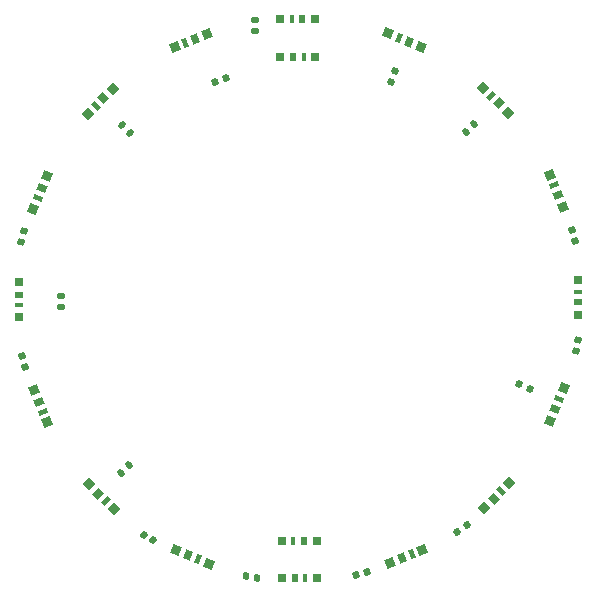
<source format=gbr>
%TF.GenerationSoftware,KiCad,Pcbnew,8.0.5*%
%TF.CreationDate,2025-07-02T22:11:18-04:00*%
%TF.ProjectId,tomorrowland_pendant,746f6d6f-7272-46f7-976c-616e645f7065,rev?*%
%TF.SameCoordinates,Original*%
%TF.FileFunction,Paste,Top*%
%TF.FilePolarity,Positive*%
%FSLAX46Y46*%
G04 Gerber Fmt 4.6, Leading zero omitted, Abs format (unit mm)*
G04 Created by KiCad (PCBNEW 8.0.5) date 2025-07-02 22:11:18*
%MOMM*%
%LPD*%
G01*
G04 APERTURE LIST*
G04 Aperture macros list*
%AMRoundRect*
0 Rectangle with rounded corners*
0 $1 Rounding radius*
0 $2 $3 $4 $5 $6 $7 $8 $9 X,Y pos of 4 corners*
0 Add a 4 corners polygon primitive as box body*
4,1,4,$2,$3,$4,$5,$6,$7,$8,$9,$2,$3,0*
0 Add four circle primitives for the rounded corners*
1,1,$1+$1,$2,$3*
1,1,$1+$1,$4,$5*
1,1,$1+$1,$6,$7*
1,1,$1+$1,$8,$9*
0 Add four rect primitives between the rounded corners*
20,1,$1+$1,$2,$3,$4,$5,0*
20,1,$1+$1,$4,$5,$6,$7,0*
20,1,$1+$1,$6,$7,$8,$9,0*
20,1,$1+$1,$8,$9,$2,$3,0*%
%AMRotRect*
0 Rectangle, with rotation*
0 The origin of the aperture is its center*
0 $1 length*
0 $2 width*
0 $3 Rotation angle, in degrees counterclockwise*
0 Add horizontal line*
21,1,$1,$2,0,0,$3*%
G04 Aperture macros list end*
%ADD10RotRect,0.750000X0.800000X45.000000*%
%ADD11RotRect,0.600000X0.800000X45.000000*%
%ADD12RotRect,0.400000X0.800000X45.000000*%
%ADD13RotRect,0.800000X0.800000X45.000000*%
%ADD14RoundRect,0.140000X-0.098360X0.197042X-0.212246X-0.058751X0.098360X-0.197042X0.212246X0.058751X0*%
%ADD15RoundRect,0.140000X0.170000X-0.140000X0.170000X0.140000X-0.170000X0.140000X-0.170000X-0.140000X0*%
%ADD16RoundRect,0.140000X0.091230X0.200442X-0.179229X0.127973X-0.091230X-0.200442X0.179229X-0.127973X0*%
%ADD17RotRect,0.750000X0.800000X157.500000*%
%ADD18RotRect,0.600000X0.800000X157.500000*%
%ADD19RotRect,0.400000X0.800000X157.500000*%
%ADD20RotRect,0.800000X0.800000X157.500000*%
%ADD21R,0.800000X0.750000*%
%ADD22R,0.800000X0.600000*%
%ADD23R,0.800000X0.400000*%
%ADD24R,0.800000X0.800000*%
%ADD25RoundRect,0.140000X-0.219203X-0.021213X-0.021213X-0.219203X0.219203X0.021213X0.021213X0.219203X0*%
%ADD26RoundRect,0.140000X-0.198819X0.094715X-0.131081X-0.176968X0.198819X-0.094715X0.131081X0.176968X0*%
%ADD27RoundRect,0.140000X-0.137177X0.172286X-0.195393X-0.101596X0.137177X-0.172286X0.195393X0.101596X0*%
%ADD28RotRect,0.750000X0.800000X202.500000*%
%ADD29RotRect,0.600000X0.800000X202.500000*%
%ADD30RotRect,0.400000X0.800000X202.500000*%
%ADD31RotRect,0.800000X0.800000X202.500000*%
%ADD32RoundRect,0.140000X0.013339X0.219823X-0.213186X0.055243X-0.013339X-0.219823X0.213186X-0.055243X0*%
%ADD33RotRect,0.750000X0.800000X112.500000*%
%ADD34RotRect,0.600000X0.800000X112.500000*%
%ADD35RotRect,0.400000X0.800000X112.500000*%
%ADD36RotRect,0.800000X0.800000X112.500000*%
%ADD37RoundRect,0.140000X0.021213X-0.219203X0.219203X-0.021213X-0.021213X0.219203X-0.219203X0.021213X0*%
%ADD38R,0.750000X0.800000*%
%ADD39R,0.600000X0.800000*%
%ADD40R,0.400000X0.800000*%
%ADD41RoundRect,0.140000X0.198819X-0.094715X0.131081X0.176968X-0.198819X0.094715X-0.131081X-0.176968X0*%
%ADD42RotRect,0.750000X0.800000X225.000000*%
%ADD43RotRect,0.600000X0.800000X225.000000*%
%ADD44RotRect,0.400000X0.800000X225.000000*%
%ADD45RotRect,0.800000X0.800000X225.000000*%
%ADD46RotRect,0.750000X0.800000X337.500000*%
%ADD47RotRect,0.600000X0.800000X337.500000*%
%ADD48RotRect,0.400000X0.800000X337.500000*%
%ADD49RotRect,0.800000X0.800000X337.500000*%
%ADD50RoundRect,0.140000X0.206244X0.077224X-0.036244X0.217224X-0.206244X-0.077224X0.036244X-0.217224X0*%
%ADD51RotRect,0.750000X0.800000X22.500000*%
%ADD52RotRect,0.600000X0.800000X22.500000*%
%ADD53RotRect,0.400000X0.800000X22.500000*%
%ADD54RotRect,0.800000X0.800000X22.500000*%
%ADD55RoundRect,0.140000X0.193489X0.105176X-0.066123X0.210066X-0.193489X-0.105176X0.066123X-0.210066X0*%
%ADD56RotRect,0.750000X0.800000X135.000000*%
%ADD57RotRect,0.600000X0.800000X135.000000*%
%ADD58RotRect,0.400000X0.800000X135.000000*%
%ADD59RotRect,0.800000X0.800000X135.000000*%
%ADD60RoundRect,0.140000X-0.148861X0.162297X-0.187830X-0.114978X0.148861X-0.162297X0.187830X0.114978X0*%
%ADD61RoundRect,0.140000X0.164870X0.146006X-0.111683X0.189808X-0.164870X-0.146006X0.111683X-0.189808X0*%
%ADD62RotRect,0.750000X0.800000X315.000000*%
%ADD63RotRect,0.600000X0.800000X315.000000*%
%ADD64RotRect,0.400000X0.800000X315.000000*%
%ADD65RotRect,0.800000X0.800000X315.000000*%
%ADD66RoundRect,0.140000X-0.077026X-0.206318X0.187719X-0.115159X0.077026X0.206318X-0.187719X0.115159X0*%
%ADD67RotRect,0.750000X0.800000X292.500000*%
%ADD68RotRect,0.600000X0.800000X292.500000*%
%ADD69RotRect,0.400000X0.800000X292.500000*%
%ADD70RotRect,0.800000X0.800000X292.500000*%
%ADD71RotRect,0.750000X0.800000X67.500000*%
%ADD72RotRect,0.600000X0.800000X67.500000*%
%ADD73RotRect,0.400000X0.800000X67.500000*%
%ADD74RotRect,0.800000X0.800000X67.500000*%
%ADD75RotRect,0.750000X0.800000X247.500000*%
%ADD76RotRect,0.600000X0.800000X247.500000*%
%ADD77RotRect,0.400000X0.800000X247.500000*%
%ADD78RotRect,0.800000X0.800000X247.500000*%
%ADD79RoundRect,0.140000X-0.021213X0.219203X-0.219203X0.021213X0.021213X-0.219203X0.219203X-0.021213X0*%
G04 APERTURE END LIST*
D10*
%TO.C,LED11*%
X166127532Y-125044689D03*
D11*
X166923027Y-124249194D03*
D12*
X167545281Y-123626940D03*
D13*
X168238245Y-122933976D03*
%TD*%
D14*
%TO.C,C16*%
X158221114Y-88940067D03*
X158611578Y-88063065D03*
%TD*%
D15*
%TO.C,C1*%
X146726348Y-84651562D03*
X146726346Y-83691566D03*
%TD*%
D16*
%TO.C,C10*%
X156196162Y-130466430D03*
X155268876Y-130714898D03*
%TD*%
D17*
%TO.C,LED16*%
X160775289Y-85979058D03*
D18*
X159735925Y-85548539D03*
D19*
X158922911Y-85211777D03*
D20*
X158017509Y-84836748D03*
%TD*%
D21*
%TO.C,LED5*%
X126731566Y-105873654D03*
D22*
X126731566Y-106998654D03*
D23*
X126731566Y-107878654D03*
D24*
X126731566Y-108858654D03*
%TD*%
D25*
%TO.C,C3*%
X135496935Y-92622156D03*
X136175757Y-93300976D03*
%TD*%
D21*
%TO.C,LED13*%
X174068434Y-108726346D03*
D22*
X174068434Y-107601346D03*
D23*
X174068434Y-106721346D03*
D24*
X174068434Y-105741346D03*
%TD*%
D26*
%TO.C,C14*%
X173540224Y-101505825D03*
X173772468Y-102437307D03*
%TD*%
D27*
%TO.C,C4*%
X127146141Y-101552056D03*
X126946551Y-102491076D03*
%TD*%
D28*
%TO.C,LED2*%
X142660254Y-84887379D03*
D29*
X141620890Y-85317898D03*
D30*
X140807876Y-85654660D03*
D31*
X139902474Y-86029689D03*
%TD*%
D32*
%TO.C,C11*%
X164627883Y-126494964D03*
X163851229Y-127059238D03*
%TD*%
D33*
%TO.C,LED14*%
X172812621Y-99560254D03*
D34*
X172382102Y-98520890D03*
D35*
X172045340Y-97707876D03*
D36*
X171670311Y-96802474D03*
%TD*%
D37*
%TO.C,C7*%
X135386936Y-122100977D03*
X136065756Y-121422155D03*
%TD*%
D38*
%TO.C,LED9*%
X148973654Y-130968434D03*
D39*
X150098654Y-130968434D03*
D40*
X150978654Y-130968434D03*
D24*
X151958654Y-130968434D03*
%TD*%
D38*
%TO.C,LED17*%
X148836346Y-86821566D03*
D39*
X149961346Y-86821566D03*
D40*
X150841346Y-86821566D03*
D24*
X151821346Y-86821566D03*
%TD*%
D15*
%TO.C,C5*%
X130276346Y-108021566D03*
X130276344Y-107061570D03*
%TD*%
D41*
%TO.C,C6*%
X127225459Y-113098260D03*
X126993213Y-112166778D03*
%TD*%
D42*
%TO.C,LED3*%
X134672468Y-89555311D03*
D43*
X133876973Y-90350806D03*
D44*
X133254719Y-90973060D03*
D45*
X132561755Y-91666024D03*
%TD*%
D46*
%TO.C,LED8*%
X140024711Y-128620942D03*
D47*
X141064075Y-129051461D03*
D48*
X141877089Y-129388223D03*
D49*
X142782491Y-129763252D03*
%TD*%
D50*
%TO.C,C8*%
X138117364Y-127779645D03*
X137285984Y-127299647D03*
%TD*%
D51*
%TO.C,LED10*%
X158139746Y-129712621D03*
D52*
X159179110Y-129282102D03*
D53*
X159992124Y-128945340D03*
D54*
X160897526Y-128570311D03*
%TD*%
D55*
%TO.C,C12*%
X169101300Y-114571757D03*
X169991392Y-114931375D03*
%TD*%
D56*
%TO.C,LED15*%
X168144689Y-91572468D03*
D57*
X167349194Y-90776973D03*
D58*
X166726940Y-90154719D03*
D59*
X166033976Y-89461755D03*
%TD*%
D60*
%TO.C,C13*%
X174025236Y-110811018D03*
X173891632Y-111761674D03*
%TD*%
D38*
%TO.C,LED1*%
X151826346Y-83631566D03*
D39*
X150701346Y-83631566D03*
D40*
X149821346Y-83631566D03*
D24*
X148841346Y-83631566D03*
%TD*%
D38*
%TO.C,LED18*%
X151976346Y-127861566D03*
D39*
X150851346Y-127861566D03*
D40*
X149971346Y-127861566D03*
D24*
X148991346Y-127861566D03*
%TD*%
D61*
%TO.C,C9*%
X146880435Y-130956653D03*
X145932257Y-130806479D03*
%TD*%
D62*
%TO.C,LED7*%
X132655311Y-123027532D03*
D63*
X133450806Y-123823027D03*
D64*
X134073060Y-124445281D03*
D65*
X134766024Y-125138245D03*
%TD*%
D66*
%TO.C,C2*%
X143322498Y-88937839D03*
X144230194Y-88625293D03*
%TD*%
D67*
%TO.C,LED6*%
X127987379Y-115039746D03*
D68*
X128417898Y-116079110D03*
D69*
X128754660Y-116892124D03*
D70*
X129129689Y-117797526D03*
%TD*%
D71*
%TO.C,LED12*%
X171720942Y-117675289D03*
D72*
X172151461Y-116635925D03*
D73*
X172488223Y-115822911D03*
D74*
X172863252Y-114917509D03*
%TD*%
D75*
%TO.C,LED4*%
X129079058Y-96924711D03*
D76*
X128648539Y-97964075D03*
D77*
X128311777Y-98777089D03*
D78*
X127936748Y-99682491D03*
%TD*%
D79*
%TO.C,C15*%
X165225756Y-92502155D03*
X164546936Y-93180977D03*
%TD*%
M02*

</source>
